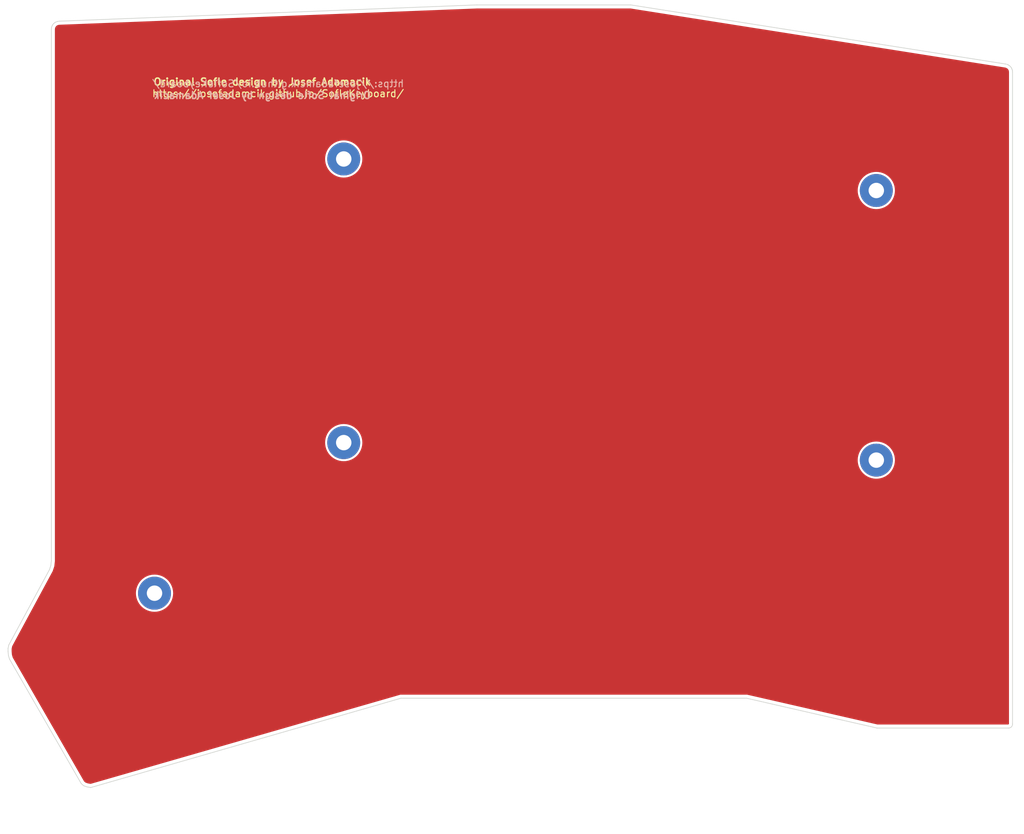
<source format=kicad_pcb>
(kicad_pcb (version 20211014) (generator pcbnew)
  (layers (0 "F.Cu" signal) (31 "B.Cu" signal) (34 "B.Paste" user) (35 "F.Paste" user) (36 "B.SilkS" user "B.Silkscreen") (37 "F.SilkS" user "F.Silkscreen") (38 "B.Mask" user) (39 "F.Mask" user) (44 "Edge.Cuts" user))
  (net 0 "")
  (footprint "SofleKeyboard-footprint:HOLE_M2_TH" (layer "F.Cu") (at 206.95 62.45)
    (fp_text reference "TH4" hide)
    (fp_text value "HOLE" hide)
    (pad "" thru_hole circle locked (at -0.225 -0.275 90) (size 4.7 4.7) (drill 2.2) (layers *.Cu *.Mask "Dwgs.User") (clearance 0.3))
  )
  (footprint "SofleKeyboard-footprint:HOLE_M2_TH" (layer "F.Cu") (at 130.7 57.75)
    (fp_text reference "TH3" hide)
    (fp_text value "HOLE" hide)
    (pad "" thru_hole circle locked (at 0.025 -0.075 90) (size 4.7 4.7) (drill 2.2) (layers *.Cu *.Mask "Dwgs.User") (clearance 0.3))
  )
  (footprint "SofleKeyboard-footprint:HOLE_M2_TH" (layer "F.Cu") (at 206.9 100.7)
    (fp_text reference "TH6" hide)
    (fp_text value "HOLE" hide)
    (pad "" thru_hole circle locked (at -0.175 -0.025 90) (size 4.7 4.7) (drill 2.2) (layers *.Cu *.Mask "Dwgs.User") (clearance 0.3))
  )
  (footprint "SofleKeyboard-footprint:HOLE_M2_TH" (layer "F.Cu") (at 130.75 98.25)
    (fp_text reference "TH5" hide)
    (fp_text value "HOLE" hide)
    (pad "" thru_hole circle locked (at -0.025 -0.075 90) (size 4.7 4.7) (drill 2.2) (layers *.Cu *.Mask "Dwgs.User") (clearance 0.3))
  )
  (footprint "SofleKeyboard-footprint:HOLE_M2_TH" (layer "F.Cu") (at 103.725 119.675 90)
    (fp_text reference "TH7" hide)
    (fp_text value "HOLE" hide)
    (pad "" thru_hole circle locked (at 0 0 180) (size 4.7 4.7) (drill 2.2) (layers *.Cu *.Mask "Dwgs.User") (clearance 0.3))
  )
  (footprint "dane:gecko-logo" (layer "F.Cu") (at 187.96 130.81)
    (fp_text reference "G***" hide)
    (fp_text value "LOGO" hide)
  )
  (footprint "Dane:big gecko" (layer "F.Cu") (at 124.46 116.84)
    (fp_text reference "G***" hide)
    (fp_text value "LOGO" hide)
  )
  (footprint "Dane:big gecko" (layer "B.Cu") (at 129.54 116.84 180)
    (fp_text reference "G***" hide)
    (fp_text value "LOGO" hide)
  )
  (footprint "Dane:gecko-logo" (layer "B.Cu") (at 187.96 130.81 180)
    (fp_text reference "G***" hide)
    (fp_text value "LOGO" hide)
  )
  (gr_line (start 226.008881 44.672807) (end 226.095281 44.853672) (layer "Edge.Cuts") (width 0.1))
  (gr_line (start 93.275 146.875) (end 83.025 129.075) (layer "Edge.Cuts") (width 0.1))
  (gr_line (start 171.675 35.675) (end 225.200441 44.120146) (layer "Edge.Cuts") (width 0.1))
  (gr_line (start 89.000257 115.075) (end 88.925 115.725) (layer "Edge.Cuts") (width 0.1))
  (gr_line (start 94.075 147.325) (end 94.625 147.425) (layer "Edge.Cuts") (width 0.1))
  (gr_line (start 82.875 128.575) (end 82.825 127.975) (layer "Edge.Cuts") (width 0.1))
  (gr_line (start 93.625 147.175) (end 94.075 147.325) (layer "Edge.Cuts") (width 0.1))
  (gr_line (start 225.402111 44.171776) (end 225.586871 44.256466) (layer "Edge.Cuts") (width 0.1))
  (gr_line (start 89.022257 38.920261) (end 89.089377 38.704014) (layer "Edge.Cuts") (width 0.1))
  (gr_line (start 88.998857 39.152435) (end 89.022257 38.920261) (layer "Edge.Cuts") (width 0.1))
  (gr_line (start 88.925 115.725) (end 88.725 116.325) (layer "Edge.Cuts") (width 0.1))
  (gr_line (start 82.825 127.975) (end 82.825 127.575) (layer "Edge.Cuts") (width 0.1))
  (gr_line (start 93.275 146.875) (end 93.625 147.175) (layer "Edge.Cuts") (width 0.1))
  (gr_line (start 225.200441 44.120146) (end 225.402111 44.171776) (layer "Edge.Cuts") (width 0.1))
  (gr_line (start 226.149381 45.049571) (end 226.168181 45.256902) (layer "Edge.Cuts") (width 0.1))
  (gr_line (start 82.925 127.075) (end 88.725 116.325) (layer "Edge.Cuts") (width 0.1))
  (gr_line (start 89.089377 38.704014) (end 89.19559 38.508327) (layer "Edge.Cuts") (width 0.1))
  (gr_line (start 89.506752 38.19716) (end 89.702436 38.090945) (layer "Edge.Cuts") (width 0.1))
  (gr_line (start 226.095281 44.853672) (end 226.149381 45.049571) (layer "Edge.Cuts") (width 0.1))
  (gr_line (start 149.725 35.675) (end 90.150853 38.000405) (layer "Edge.Cuts") (width 0.1))
  (gr_line (start 83.025 129.075) (end 82.875 128.575) (layer "Edge.Cuts") (width 0.1))
  (gr_line (start 89.19559 38.508327) (end 89.336259 38.337831) (layer "Edge.Cuts") (width 0.1))
  (gr_line (start 82.825 127.575) (end 82.925 127.075) (layer "Edge.Cuts") (width 0.1))
  (gr_line (start 89.336259 38.337831) (end 89.506752 38.19716) (layer "Edge.Cuts") (width 0.1))
  (gr_line (start 138.879128 134.675) (end 94.625 147.425) (layer "Edge.Cuts") (width 0.1))
  (gr_line (start 89.91868 38.023815) (end 90.150853 38.000405) (layer "Edge.Cuts") (width 0.1))
  (gr_line (start 225.751621 44.3706) (end 225.893321 44.510582) (layer "Edge.Cuts") (width 0.1))
  (gr_line (start 89.702436 38.090945) (end 89.91868 38.023815) (layer "Edge.Cuts") (width 0.1))
  (gr_line (start 149.725 35.675) (end 171.675 35.675) (layer "Edge.Cuts") (width 0.1))
  (gr_line (start 225.893321 44.510582) (end 226.008881 44.672807) (layer "Edge.Cuts") (width 0.1))
  (gr_line (start 89.000257 115.075) (end 88.998857 39.152435) (layer "Edge.Cuts") (width 0.1))
  (gr_line (start 225.586871 44.256466) (end 225.751621 44.3706) (layer "Edge.Cuts") (width 0.1))
  (gr_line (start 138.879128 134.675) (end 188.2219 134.673) (layer "Edge.Cuts") (width 0.1))
  (gr_line (start 206.8322 138.93282) (end 188.2219 134.673) (layer "Edge.Cuts") (width 0.1))
  (gr_line (start 226.168181 45.256902) (end 226.166702 138.363974) (layer "Edge.Cuts") (width 0.1))
  (gr_arc (start 226.166702 138.363974) (mid 225.998211 138.768023) (end 225.592641 138.932819) (layer "Edge.Cuts") (width 0.1))
  (gr_line (start 225.592641 138.932819) (end 206.8322 138.93282) (layer "Edge.Cuts") (width 0.1))
  (gr_text "https://josefadamcik.github.io/SofleKeyboard/" (at 121.355 46.915) (layer "B.SilkS") (effects (font (size 1 1)) (justify mirror)))
  (gr_text "Original Sofle design by Josef Adamacik" (at 119.105 48.585) (layer "B.SilkS") (effects (font (size 1 1) (thickness 0.2)) (justify mirror)))
  (gr_text "Original Sofle design by Josef Adamacik" (at 119.105 46.665) (layer "F.SilkS") (effects (font (size 1 1) (thickness 0.2))))
  (gr_text "https://josefadamcik.github.io/SofleKeyboard/" (at 121.355 48.335) (layer "F.SilkS") (effects (font (size 1 1))))
  (zone (net 0) (net_name "") (layer "F.Cu") (connect_pads (clearance 0.508)) (min_thickness 0.254) (fill yes (thermal_gap 0.508) (thermal_bridge_width 0.508))
    (polygon (pts (xy 81.675 127.875) (xy 93.625 148.325) (xy 138.725 135.625) (xy 157.975 135.725) (xy 188.175 135.525) (xy 206.375 139.7) (xy 227.80625 139.7) (xy 226.725 43.475) (xy 172.425 34.975) (xy 88.175 37.275) (xy 88.525 115.675)))
  )
)
</source>
